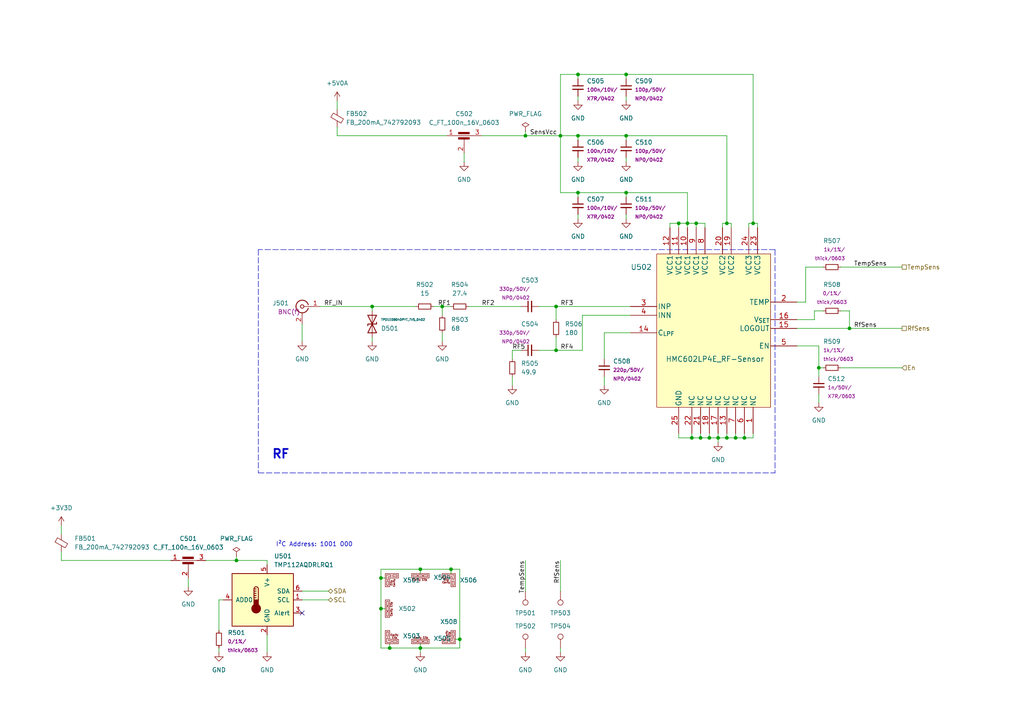
<source format=kicad_sch>
(kicad_sch (version 20211123) (generator eeschema)
  (paper "A4")
  (title_block (title "Powermeter") (date "2022-04-09") (rev "2") (company "apfau.de") (comment 1 "RF"))
  (lib_symbols
    (symbol ".commodities:C_100n_10V_X7R_0402_small" (pin_numbers hide) (pin_names (offset 0.254) hide)
      (property "Reference" "C" (at 0.254 1.778 0))
      (property "Params" "100n/10V/" (at 0.635 -1.27 0))
      (property "Params2" "X7R/0402" (at 0.635 -2.54 0))
      (symbol "C_100n_10V_X7R_0402_small_0_1"
        (polyline (pts (xy -1.524 -0.508) (xy 1.524 -0.508)) (stroke (width 0.3302)))
        (polyline (pts (xy -1.524 0.508) (xy 1.524 0.508)) (stroke (width 0.3048)))
      )
      (symbol "C_100n_10V_X7R_0402_small_1_1"
        (pin passive line (at 0 2.54 270) (length 2.032) (name "~") (number "1"))
        (pin passive line (at 0 -2.54 90) (length 2.032) (name "~") (number "2"))
      )
    )
    (symbol ".commodities:C_100p_50V_NP0_0402_small" (pin_numbers hide) (pin_names (offset 0.254) hide)
      (property "Reference" "C" (at 0.254 1.778 0))
      (property "Params" "100p/50V/" (at 0.635 -1.27 0))
      (property "Params2" "NP0/0402" (at 0.635 -2.54 0))
      (symbol "C_100p_50V_NP0_0402_small_0_1"
        (polyline (pts (xy -1.524 -0.508) (xy 1.524 -0.508)) (stroke (width 0.3302)))
        (polyline (pts (xy -1.524 0.508) (xy 1.524 0.508)) (stroke (width 0.3048)))
      )
      (symbol "C_100p_50V_NP0_0402_small_1_1"
        (pin passive line (at 0 2.54 270) (length 2.032) (name "~") (number "1"))
        (pin passive line (at 0 -2.54 90) (length 2.032) (name "~") (number "2"))
      )
    )
    (symbol ".commodities:C_1n_50V_X7R_0603_small" (pin_numbers hide) (pin_names (offset 0.254) hide)
      (property "Reference" "C" (at 0.254 1.778 0))
      (property "Params" "1n/50V/" (at 0.635 -1.27 0))
      (property "Params2" "X7R/0603" (at 0.635 -2.54 0))
      (symbol "C_1n_50V_X7R_0603_small_0_1"
        (polyline (pts (xy -1.524 -0.508) (xy 1.524 -0.508)) (stroke (width 0.3302)))
        (polyline (pts (xy -1.524 0.508) (xy 1.524 0.508)) (stroke (width 0.3048)))
      )
      (symbol "C_1n_50V_X7R_0603_small_1_1"
        (pin passive line (at 0 2.54 270) (length 2.032) (name "~") (number "1"))
        (pin passive line (at 0 -2.54 90) (length 2.032) (name "~") (number "2"))
      )
    )
    (symbol ".commodities:C_220p_50V_NP0_0402_small" (pin_numbers hide) (pin_names (offset 0.254) hide)
      (property "Reference" "C" (at 0.254 1.778 0))
      (property "Params" "220p/50V/" (at 0.635 -1.27 0))
      (property "Params2" "NP0/0402" (at 0.635 -2.54 0))
      (symbol "C_220p_50V_NP0_0402_small_0_1"
        (polyline (pts (xy -1.524 -0.508) (xy 1.524 -0.508)) (stroke (width 0.3302)))
        (polyline (pts (xy -1.524 0.508) (xy 1.524 0.508)) (stroke (width 0.3048)))
      )
      (symbol "C_220p_50V_NP0_0402_small_1_1"
        (pin passive line (at 0 2.54 270) (length 2.032) (name "~") (number "1"))
        (pin passive line (at 0 -2.54 90) (length 2.032) (name "~") (number "2"))
      )
    )
    (symbol ".commodities:C_330p_50V_NP0_0402_small" (pin_numbers hide) (pin_names (offset 0.254) hide)
      (property "Reference" "C" (at 0.254 1.778 0))
      (property "Params" "330p/50V/" (at 0.635 -1.27 0))
      (property "Params2" "NP0/0402" (at 0.635 -2.54 0))
      (symbol "C_330p_50V_NP0_0402_small_0_1"
        (polyline (pts (xy -1.524 -0.508) (xy 1.524 -0.508)) (stroke (width 0.3302)))
        (polyline (pts (xy -1.524 0.508) (xy 1.524 0.508)) (stroke (width 0.3048)))
      )
      (symbol "C_330p_50V_NP0_0402_small_1_1"
        (pin passive line (at 0 2.54 270) (length 2.032) (name "~") (number "1"))
        (pin passive line (at 0 -2.54 90) (length 2.032) (name "~") (number "2"))
      )
    )
    (symbol ".commodities:R_0_1P_thick_0603_small" (pin_numbers hide) (pin_names (offset 0.254) hide)
      (property "Reference" "R" (at 0.762 0.508 0))
      (property "Params" "0/1%/" (at 1.27 -0.635 0))
      (property "Params2" "thick/0603" (at 1.27 -1.905 0))
      (symbol "R_0_1P_thick_0603_small_0_1"
        (rectangle (start -0.762 1.778) (end 0.762 -1.778) (stroke (width 0.2032)))
      )
      (symbol "R_0_1P_thick_0603_small_1_1"
        (pin passive line (at 0 2.54 270) (length 0.762) (name "~") (number "1"))
        (pin passive line (at 0 -2.54 90) (length 0.762) (name "~") (number "2"))
      )
    )
    (symbol ".commodities:R_1k_1P_thick_0603_small" (pin_numbers hide) (pin_names (offset 0.254) hide)
      (property "Reference" "R" (at 0.762 0.508 0))
      (property "Params" "1k/1%/" (at 1.27 -0.635 0))
      (property "Params2" "thick/0603" (at 1.27 -1.905 0))
      (symbol "R_1k_1P_thick_0603_small_0_1"
        (rectangle (start -0.762 1.778) (end 0.762 -1.778) (stroke (width 0.2032)))
      )
      (symbol "R_1k_1P_thick_0603_small_1_1"
        (pin passive line (at 0 2.54 270) (length 0.762) (name "~") (number "1"))
        (pin passive line (at 0 -2.54 90) (length 0.762) (name "~") (number "2"))
      )
    )
    (symbol ".powermeter:+3V3D" (power) (pin_names (offset 0))
      (property "Value" "+3V3D" (at 0 3.556 0))
      (symbol "+3V3D_0_1"
        (polyline (pts (xy -0.762 1.27) (xy 0 2.54)))
        (polyline (pts (xy 0 0) (xy 0 2.54)))
        (polyline (pts (xy 0 2.54) (xy 0.762 1.27)))
      )
      (symbol "+3V3D_1_1"
        (pin power_in line (at 0 0 90) (length 0) hide (name "+3V3D") (number "1"))
      )
    )
    (symbol ".powermeter:+5V0A" (power) (pin_names (offset 0))
      (property "Value" "+5V0A" (at 0 3.556 0))
      (symbol "+5V0A_0_1"
        (polyline (pts (xy -0.762 1.27) (xy 0 2.54)))
        (polyline (pts (xy 0 0) (xy 0 2.54)))
        (polyline (pts (xy 0 2.54) (xy 0.762 1.27)))
      )
      (symbol "+5V0A_1_1"
        (pin power_in line (at 0 0 90) (length 0) hide (name "+5V0A") (number "1"))
      )
    )
    (symbol ".powermeter:C_FT_100n_16V_0603" (pin_names (offset 0.254) hide)
      (property "Reference" "C" (at 0 7.62 0))
      (property "Value" "C_FT_100n_16V_0603" (at 0 5.715 0))
      (symbol "C_FT_100n_16V_0603_0_1"
        (rectangle (start -1.651 1.524) (end 1.524 2.032) (fill (type outline)))
        (polyline (pts (xy -2.54 2.54) (xy 2.54 2.54)))
        (polyline (pts (xy 0 0) (xy 0 1.778)))
        (rectangle (start 1.524 3.048) (end -1.651 3.556) (fill (type outline)))
      )
      (symbol "C_FT_100n_16V_0603_1_1"
        (pin passive line (at -5.08 2.54 0) (length 2.54) (name "1") (number "1"))
        (pin passive line (at 0 -2.54 90) (length 2.54) (name "2") (number "2"))
        (pin passive line (at 5.08 2.54 180) (length 2.54) (name "3") (number "3"))
      )
    )
    (symbol ".powermeter:CavityClip_Angled_S0981-46R" (pin_numbers hide) (pin_names (offset 1.016) hide)
      (property "Reference" "X" (at 1.27 3.81 0))
      (symbol "CavityClip_Angled_S0981-46R_0_0"
        (text "Cavity" (at 1.397 2.54 0) (effects (font (size 0.508 0.508))))
        (text "Clip" (at 1.397 1.778 0) (effects (font (size 0.508 0.508))))
      )
      (symbol "CavityClip_Angled_S0981-46R_0_1"
        (rectangle (start -0.889 2.159) (end -0.381 3.429))
        (polyline (pts (xy -1.27 3.81) (xy 0 3.81) (xy 0 1.27) (xy 2.54 1.27) (xy 2.54 0) (xy -1.27 0) (xy -1.27 3.81)))
        (polyline (pts (xy -0.889 1.651) (xy -0.381 1.651) (xy -0.381 0.889) (xy 0.508 0.889) (xy 0.508 0.381) (xy -0.889 0.381) (xy -0.889 1.651)))
        (rectangle (start 0.889 0.889) (end 2.159 0.381))
      )
      (symbol "CavityClip_Angled_S0981-46R_1_1"
        (pin passive line (at 0 0 90) (length 0) (name "e") (number "1"))
      )
    )
    (symbol ".powermeter:CavityClip_Straight_S0971-46R" (pin_numbers hide) (pin_names (offset 1.016) hide)
      (property "Reference" "X" (at 0 2.54 0))
      (symbol "CavityClip_Straight_S0971-46R_0_0"
        (text "Cavity Clip" (at 0.127 1.778 0) (effects (font (size 0.508 0.508))))
      )
      (symbol "CavityClip_Straight_S0971-46R_0_1"
        (rectangle (start -2.54 1.27) (end 2.54 0))
        (rectangle (start -2.159 0.889) (end -0.889 0.381))
        (rectangle (start -0.635 0.889) (end 0.635 0.381))
        (rectangle (start 0.889 0.889) (end 2.159 0.381))
      )
      (symbol "CavityClip_Straight_S0971-46R_1_1"
        (pin passive line (at 0 0 90) (length 0) (name "e") (number "1"))
      )
    )
    (symbol ".powermeter:FB_200mA_742792093" (pin_numbers hide) (pin_names (offset 0))
      (property "Reference" "FB" (at 1.905 1.27 0))
      (property "Value" "FB_200mA_742792093" (at 1.905 -1.27 0))
      (symbol "FB_200mA_742792093_0_1"
        (polyline (pts (xy 0 -1.27) (xy 0 -0.7874)))
        (polyline (pts (xy 0 0.889) (xy 0 1.2954)))
        (polyline (pts (xy -1.8288 0.2794) (xy -1.1176 1.4986) (xy 1.8288 -0.2032) (xy 1.1176 -1.4224) (xy -1.8288 0.2794)))
      )
      (symbol "FB_200mA_742792093_1_1"
        (pin passive line (at 0 2.54 270) (length 1.27) (name "~") (number "1"))
        (pin passive line (at 0 -2.54 90) (length 1.27) (name "~") (number "2"))
      )
    )
    (symbol ".powermeter:HMC602LP4E_RF-Sensor" (pin_names (offset 0.254))
      (property "Reference" "U" (at 15.24 -26.67 0))
      (property "Value" "HMC602LP4E_RF-Sensor" (at 0 -15.24 0))
      (property "Datasheet" "https://www.analog.com/media/en/technical-documentation/data-sheets/hmc602.pdf" (at -1.27 -63.5 0))
      (symbol "HMC602LP4E_RF-Sensor_0_1"
        (rectangle (start -16.51 20.32) (end 16.51 -24.13) (fill (type background)))
      )
      (symbol "HMC602LP4E_RF-Sensor_1_1"
        (pin passive line (at 11.43 -31.75 90) (length 7.62) (name "NC") (number "1"))
        (pin power_in line (at -7.62 27.94 270) (length 7.62) (name "VCC1") (number "10"))
        (pin power_in line (at -10.16 27.94 270) (length 7.62) (name "VCC1") (number "11"))
        (pin power_in line (at -12.7 27.94 270) (length 7.62) (name "VCC1") (number "12"))
        (pin passive line (at 3.81 -31.75 90) (length 7.62) (name "NC") (number "13"))
        (pin passive line (at -24.13 -2.54 0) (length 7.62) (name "C_{LPF}") (number "14"))
        (pin output line (at 24.13 -1.27 180) (length 7.62) (name "LOGOUT") (number "15"))
        (pin input line (at 24.13 1.27 180) (length 7.62) (name "V_{SET}") (number "16"))
        (pin passive line (at 1.27 -31.75 90) (length 7.62) (name "NC") (number "17"))
        (pin passive line (at -1.27 -31.75 90) (length 7.62) (name "NC") (number "18"))
        (pin power_in line (at 5.08 27.94 270) (length 7.62) (name "VCC2") (number "19"))
        (pin passive line (at 24.13 6.35 180) (length 7.62) (name "TEMP") (number "2"))
        (pin power_in line (at 2.54 27.94 270) (length 7.62) (name "VCC2") (number "20"))
        (pin passive line (at -3.81 -31.75 90) (length 7.62) (name "NC") (number "21"))
        (pin passive line (at -6.35 -31.75 90) (length 7.62) (name "NC") (number "22"))
        (pin power_in line (at 12.7 27.94 270) (length 7.62) (name "VCC3") (number "23"))
        (pin power_in line (at 10.16 27.94 270) (length 7.62) (name "VCC3") (number "24"))
        (pin power_in line (at -10.16 -31.75 90) (length 7.62) (name "GND") (number "25"))
        (pin input line (at -24.13 5.08 0) (length 7.62) (name "INP") (number "3"))
        (pin input line (at -24.13 2.54 0) (length 7.62) (name "INN") (number "4"))
        (pin input line (at 24.13 -6.35 180) (length 7.62) (name "EN") (number "5"))
        (pin passive line (at 8.89 -31.75 90) (length 7.62) (name "NC") (number "6"))
        (pin passive line (at 6.35 -31.75 90) (length 7.62) (name "NC") (number "7"))
        (pin power_in line (at -2.54 27.94 270) (length 7.62) (name "VCC1") (number "8"))
        (pin power_in line (at -5.08 27.94 270) (length 7.62) (name "VCC1") (number "9"))
      )
    )
    (symbol ".powermeter:SMA-f_Molex732511150" (pin_names (offset 1.016) hide)
      (property "Reference" "J" (at 0.254 3.048 0))
      (property "Params" "BNC(f)" (at 5.715 0 0))
      (symbol "SMA-f_Molex732511150_0_1"
        (arc (start -1.778 -0.508) (mid 0.2311 -1.8066) (end 1.778 0) (stroke (width 0.254)))
        (polyline (pts (xy -2.54 0) (xy -0.508 0)))
        (polyline (pts (xy 0 -2.54) (xy 0 -1.778)))
        (circle (center 0 0) (radius 0.508) (stroke (width 0.2032)))
        (arc (start 1.778 0) (mid 0.2099 1.8101) (end -1.778 0.508) (stroke (width 0.254)))
      )
      (symbol "SMA-f_Molex732511150_1_1"
        (pin passive line (at -5.08 0 0) (length 2.54) (name "In") (number "1"))
        (pin passive line (at 0 -5.08 90) (length 2.54) (name "Ext") (number "2"))
      )
    )
    (symbol ".powermeter:TMP112AQDRLRQ1" (pin_names (offset 1.016))
      (property "Reference" "U" (at 2.54 8.89 0))
      (property "Value" "TMP112AQDRLRQ1" (at -8.89 -10.16 0))
      (symbol "TMP112AQDRLRQ1_0_1"
        (rectangle (start -10.16 7.62) (end 7.62 -7.62) (stroke (width 0.254)) (fill (type background)))
        (circle (center -3.175 -2.54) (radius 1.27) (stroke (width 0.254)) (fill (type outline)))
        (rectangle (start -2.54 -1.905) (end -3.81 0) (stroke (width 0.254)) (fill (type outline)))
        (arc (start -2.54 3.175) (mid -3.175 3.81) (end -3.81 3.175) (stroke (width 0.254)))
        (polyline (pts (xy -3.81 0.635) (xy -3.175 0.635)) (stroke (width 0.254)))
        (polyline (pts (xy -3.81 1.27) (xy -3.175 1.27)) (stroke (width 0.254)))
        (polyline (pts (xy -3.81 1.905) (xy -3.175 1.905)) (stroke (width 0.254)))
        (polyline (pts (xy -3.81 2.54) (xy -3.175 2.54)) (stroke (width 0.254)))
        (polyline (pts (xy -3.81 3.175) (xy -3.81 0)) (stroke (width 0.254)))
        (polyline (pts (xy -3.81 3.175) (xy -3.175 3.175)) (stroke (width 0.254)))
        (polyline (pts (xy -2.54 3.175) (xy -2.54 0)) (stroke (width 0.254)))
      )
      (symbol "TMP112AQDRLRQ1_1_1"
        (pin open_collector line (at 10.16 0 180) (length 2.54) (name "SCL") (number "1"))
        (pin power_in line (at 0 -10.16 90) (length 2.54) (name "GND") (number "2"))
        (pin open_collector line (at 10.16 -3.81 180) (length 2.54) (name "Alert") (number "3"))
        (pin input line (at -12.7 0 0) (length 2.54) (name "ADD0") (number "4"))
        (pin power_in line (at 0 10.16 270) (length 2.54) (name "V+") (number "5"))
        (pin open_collector line (at 10.16 2.54 180) (length 2.54) (name "SDA") (number "6"))
      )
    )
    (symbol ".powermeter:TPD1E0B04DPYT_TVS_0402" (pin_numbers hide) (pin_names (offset 1.016) hide)
      (property "Reference" "D" (at 0 2.54 0))
      (property "Value" "TPD1E0B04DPYT_TVS_0402" (at 0 -2.54 0))
      (symbol "TPD1E0B04DPYT_TVS_0402_0_1"
        (polyline (pts (xy 1.27 0) (xy -1.27 0)))
        (polyline (pts (xy 0.508 1.27) (xy 0 1.27) (xy 0 -1.27) (xy -0.508 -1.27)) (stroke (width 0.254)))
        (polyline (pts (xy -2.54 1.27) (xy -2.54 -1.27) (xy 2.54 1.27) (xy 2.54 -1.27) (xy -2.54 1.27)) (stroke (width 0.254)))
      )
      (symbol "TPD1E0B04DPYT_TVS_0402_1_1"
        (pin passive line (at -3.81 0 0) (length 2.54) (name "A1") (number "1"))
        (pin passive line (at 3.81 0 180) (length 2.54) (name "A2") (number "2"))
      )
    )
    (symbol "Connector:TestPoint" (pin_numbers hide) (pin_names (offset 0.762) hide)
      (property "Reference" "TP" (at 0 6.858 0))
      (property "Value" "TestPoint" (at 0 5.08 0))
      (symbol "TestPoint_0_1"
        (circle (center 0 3.302) (radius 0.762))
      )
      (symbol "TestPoint_1_1"
        (pin passive line (at 0 0 90) (length 2.54) (name "1") (number "1"))
      )
    )
    (symbol "Device:R_Small" (pin_numbers hide) (pin_names (offset 0.254) hide)
      (property "Reference" "R" (at 0.762 0.508 0))
      (property "Value" "R_Small" (at 0.762 -1.016 0))
      (symbol "R_Small_0_1"
        (rectangle (start -0.762 1.778) (end 0.762 -1.778) (stroke (width 0.2032)))
      )
      (symbol "R_Small_1_1"
        (pin passive line (at 0 2.54 270) (length 0.762) (name "~") (number "1"))
        (pin passive line (at 0 -2.54 90) (length 0.762) (name "~") (number "2"))
      )
    )
    (symbol "power:GND" (power) (pin_names (offset 0))
      (property "Value" "GND" (at 0 -3.81 0))
      (symbol "GND_0_1"
        (polyline (pts (xy 0 0) (xy 0 -1.27) (xy 1.27 -1.27) (xy 0 -2.54) (xy -1.27 -1.27) (xy 0 -1.27)))
      )
      (symbol "GND_1_1"
        (pin power_in line (at 0 0 270) (length 0) hide (name "GND") (number "1"))
      )
    )
    (symbol "power:PWR_FLAG" (power) (pin_numbers hide) (pin_names (offset 0) hide)
      (property "Value" "PWR_FLAG" (at 0 3.81 0))
      (symbol "PWR_FLAG_0_0"
        (pin power_out line (at 0 0 90) (length 0) (name "pwr") (number "1"))
      )
      (symbol "PWR_FLAG_0_1"
        (polyline (pts (xy 0 0) (xy 0 1.27) (xy -1.016 1.905) (xy 0 2.54) (xy 1.016 1.905) (xy 0 1.27)))
      )
    )
  )
  (junction (at 205.74 127))
  (junction (at 218.44 64.77))
  (junction (at 210.82 127))
  (junction (at 121.92 165.1))
  (junction (at 246.38 95.25))
  (junction (at 167.64 39.37))
  (junction (at 181.61 39.37))
  (junction (at 110.49 176.53))
  (junction (at 152.4 39.37))
  (junction (at 68.58 162.56))
  (junction (at 113.03 187.96))
  (junction (at 107.95 88.9))
  (junction (at 110.49 167.64))
  (junction (at 167.64 21.59))
  (junction (at 162.56 39.37))
  (junction (at 237.49 106.68))
  (junction (at 200.66 127))
  (junction (at 181.61 55.88))
  (junction (at 213.36 127))
  (junction (at 161.29 88.9))
  (junction (at 201.93 64.77))
  (junction (at 215.9 127))
  (junction (at 199.39 64.77))
  (junction (at 167.64 55.88))
  (junction (at 130.81 165.1))
  (junction (at 208.28 127))
  (junction (at 121.92 187.96))
  (junction (at 210.82 64.77))
  (junction (at 181.61 21.59))
  (junction (at 203.2 127))
  (junction (at 133.35 185.42))
  (junction (at 161.29 101.6))
  (junction (at 128.27 88.9))
  (junction (at 196.85 64.77))
  (no_connect (at 87.63 177.8))
  (wire (pts (xy 132.08 185.42) (xy 133.35 185.42)))
  (wire (pts (xy 17.78 162.56) (xy 49.53 162.56)))
  (wire (pts (xy 168.91 101.6) (xy 161.29 101.6)))
  (wire (pts (xy 133.35 165.1) (xy 133.35 185.42)))
  (wire (pts (xy 201.93 64.77) (xy 201.93 66.04)))
  (wire (pts (xy 110.49 167.64) (xy 110.49 165.1)))
  (wire (pts (xy 181.61 55.88) (xy 181.61 57.15)))
  (wire (pts (xy 162.56 21.59) (xy 162.56 39.37)))
  (polyline (pts (xy 224.79 72.39) (xy 224.79 137.16)))
  (wire (pts (xy 243.84 90.17) (xy 246.38 90.17)))
  (wire (pts (xy 167.64 55.88) (xy 167.64 57.15)))
  (wire (pts (xy 107.95 88.9) (xy 120.65 88.9)))
  (wire (pts (xy 128.27 88.9) (xy 128.27 91.44)))
  (wire (pts (xy 152.4 162.56) (xy 152.4 171.45)))
  (wire (pts (xy 246.38 90.17) (xy 246.38 95.25)))
  (wire (pts (xy 181.61 55.88) (xy 167.64 55.88)))
  (wire (pts (xy 231.14 92.71) (xy 236.22 92.71)))
  (wire (pts (xy 107.95 97.79) (xy 107.95 99.06)))
  (wire (pts (xy 218.44 64.77) (xy 219.71 64.77)))
  (wire (pts (xy 233.68 87.63) (xy 233.68 77.47)))
  (wire (pts (xy 54.61 167.64) (xy 54.61 170.18)))
  (wire (pts (xy 236.22 92.71) (xy 236.22 90.17)))
  (wire (pts (xy 199.39 64.77) (xy 199.39 55.88)))
  (wire (pts (xy 110.49 176.53) (xy 110.49 167.64)))
  (wire (pts (xy 199.39 55.88) (xy 181.61 55.88)))
  (wire (pts (xy 237.49 100.33) (xy 231.14 100.33)))
  (wire (pts (xy 162.56 187.96) (xy 162.56 189.23)))
  (wire (pts (xy 210.82 64.77) (xy 209.55 64.77)))
  (wire (pts (xy 68.58 161.29) (xy 68.58 162.56)))
  (wire (pts (xy 218.44 64.77) (xy 218.44 21.59)))
  (wire (pts (xy 181.61 39.37) (xy 210.82 39.37)))
  (wire (pts (xy 200.66 125.73) (xy 200.66 127)))
  (wire (pts (xy 196.85 125.73) (xy 196.85 127)))
  (wire (pts (xy 217.17 64.77) (xy 218.44 64.77)))
  (wire (pts (xy 210.82 127) (xy 208.28 127)))
  (wire (pts (xy 217.17 66.04) (xy 217.17 64.77)))
  (wire (pts (xy 218.44 125.73) (xy 218.44 127)))
  (wire (pts (xy 175.26 109.22) (xy 175.26 111.76)))
  (wire (pts (xy 213.36 127) (xy 210.82 127)))
  (wire (pts (xy 68.58 162.56) (xy 77.47 162.56)))
  (wire (pts (xy 167.64 39.37) (xy 181.61 39.37)))
  (wire (pts (xy 59.69 162.56) (xy 68.58 162.56)))
  (wire (pts (xy 167.64 45.72) (xy 167.64 46.99)))
  (wire (pts (xy 161.29 97.79) (xy 161.29 101.6)))
  (wire (pts (xy 128.27 88.9) (xy 130.81 88.9)))
  (wire (pts (xy 133.35 187.96) (xy 121.92 187.96)))
  (wire (pts (xy 156.21 88.9) (xy 161.29 88.9)))
  (wire (pts (xy 168.91 91.44) (xy 168.91 101.6)))
  (wire (pts (xy 161.29 88.9) (xy 182.88 88.9)))
  (wire (pts (xy 208.28 125.73) (xy 208.28 127)))
  (wire (pts (xy 212.09 66.04) (xy 212.09 64.77)))
  (wire (pts (xy 181.61 45.72) (xy 181.61 46.99)))
  (wire (pts (xy 63.5 173.99) (xy 63.5 182.88)))
  (polyline (pts (xy 74.93 137.16) (xy 224.79 137.16)))
  (wire (pts (xy 97.79 29.21) (xy 97.79 31.75)))
  (wire (pts (xy 210.82 125.73) (xy 210.82 127)))
  (wire (pts (xy 196.85 127) (xy 200.66 127)))
  (wire (pts (xy 167.64 21.59) (xy 167.64 22.86)))
  (wire (pts (xy 77.47 162.56) (xy 77.47 163.83)))
  (wire (pts (xy 199.39 64.77) (xy 201.93 64.77)))
  (wire (pts (xy 162.56 162.56) (xy 162.56 171.45)))
  (wire (pts (xy 175.26 96.52) (xy 182.88 96.52)))
  (wire (pts (xy 152.4 187.96) (xy 152.4 189.23)))
  (wire (pts (xy 213.36 125.73) (xy 213.36 127)))
  (wire (pts (xy 215.9 125.73) (xy 215.9 127)))
  (wire (pts (xy 204.47 64.77) (xy 204.47 66.04)))
  (wire (pts (xy 167.64 21.59) (xy 162.56 21.59)))
  (wire (pts (xy 97.79 36.83) (xy 97.79 39.37)))
  (wire (pts (xy 243.84 77.47) (xy 261.62 77.47)))
  (wire (pts (xy 238.76 106.68) (xy 237.49 106.68)))
  (wire (pts (xy 161.29 101.6) (xy 156.21 101.6)))
  (wire (pts (xy 181.61 21.59) (xy 181.61 22.86)))
  (wire (pts (xy 194.31 64.77) (xy 196.85 64.77)))
  (wire (pts (xy 237.49 106.68) (xy 237.49 109.22)))
  (wire (pts (xy 231.14 87.63) (xy 233.68 87.63)))
  (wire (pts (xy 209.55 64.77) (xy 209.55 66.04)))
  (wire (pts (xy 113.03 187.96) (xy 110.49 187.96)))
  (wire (pts (xy 203.2 125.73) (xy 203.2 127)))
  (wire (pts (xy 175.26 104.14) (xy 175.26 96.52)))
  (wire (pts (xy 133.35 185.42) (xy 133.35 187.96)))
  (wire (pts (xy 196.85 64.77) (xy 199.39 64.77)))
  (wire (pts (xy 125.73 88.9) (xy 128.27 88.9)))
  (wire (pts (xy 203.2 127) (xy 205.74 127)))
  (wire (pts (xy 237.49 106.68) (xy 237.49 100.33)))
  (wire (pts (xy 199.39 64.77) (xy 199.39 66.04)))
  (wire (pts (xy 218.44 127) (xy 215.9 127)))
  (wire (pts (xy 181.61 39.37) (xy 181.61 40.64)))
  (wire (pts (xy 121.92 165.1) (xy 121.92 166.37)))
  (wire (pts (xy 181.61 27.94) (xy 181.61 29.21)))
  (wire (pts (xy 200.66 127) (xy 203.2 127)))
  (wire (pts (xy 196.85 64.77) (xy 196.85 66.04)))
  (wire (pts (xy 233.68 77.47) (xy 238.76 77.47)))
  (wire (pts (xy 110.49 167.64) (xy 111.76 167.64)))
  (wire (pts (xy 152.4 39.37) (xy 162.56 39.37)))
  (wire (pts (xy 139.7 39.37) (xy 152.4 39.37)))
  (wire (pts (xy 161.29 88.9) (xy 161.29 92.71)))
  (wire (pts (xy 148.59 109.22) (xy 148.59 111.76)))
  (wire (pts (xy 162.56 39.37) (xy 167.64 39.37)))
  (wire (pts (xy 128.27 96.52) (xy 128.27 99.06)))
  (wire (pts (xy 210.82 64.77) (xy 212.09 64.77)))
  (wire (pts (xy 113.03 187.96) (xy 113.03 186.69)))
  (wire (pts (xy 121.92 187.96) (xy 113.03 187.96)))
  (wire (pts (xy 130.81 165.1) (xy 133.35 165.1)))
  (wire (pts (xy 167.64 55.88) (xy 162.56 55.88)))
  (wire (pts (xy 167.64 62.23) (xy 167.64 63.5)))
  (wire (pts (xy 148.59 101.6) (xy 151.13 101.6)))
  (wire (pts (xy 215.9 127) (xy 213.36 127)))
  (wire (pts (xy 17.78 152.4) (xy 17.78 154.94)))
  (wire (pts (xy 231.14 95.25) (xy 246.38 95.25)))
  (wire (pts (xy 63.5 173.99) (xy 64.77 173.99)))
  (wire (pts (xy 148.59 101.6) (xy 148.59 104.14)))
  (wire (pts (xy 182.88 91.44) (xy 168.91 91.44)))
  (wire (pts (xy 167.64 39.37) (xy 167.64 40.64)))
  (wire (pts (xy 92.71 88.9) (xy 107.95 88.9)))
  (wire (pts (xy 130.81 165.1) (xy 130.81 166.37)))
  (wire (pts (xy 201.93 64.77) (xy 204.47 64.77)))
  (wire (pts (xy 237.49 114.3) (xy 237.49 116.84)))
  (wire (pts (xy 218.44 21.59) (xy 181.61 21.59)))
  (wire (pts (xy 121.92 186.69) (xy 121.92 187.96)))
  (wire (pts (xy 181.61 62.23) (xy 181.61 63.5)))
  (wire (pts (xy 236.22 90.17) (xy 238.76 90.17)))
  (wire (pts (xy 205.74 125.73) (xy 205.74 127)))
  (wire (pts (xy 121.92 165.1) (xy 130.81 165.1)))
  (wire (pts (xy 95.25 171.45) (xy 87.63 171.45)))
  (wire (pts (xy 77.47 184.15) (xy 77.47 189.23)))
  (wire (pts (xy 194.31 66.04) (xy 194.31 64.77)))
  (wire (pts (xy 87.63 93.98) (xy 87.63 99.06)))
  (wire (pts (xy 246.38 95.25) (xy 261.62 95.25)))
  (polyline (pts (xy 224.79 72.39) (xy 74.93 72.39)))
  (wire (pts (xy 135.89 88.9) (xy 151.13 88.9)))
  (wire (pts (xy 110.49 187.96) (xy 110.49 176.53)))
  (wire (pts (xy 219.71 64.77) (xy 219.71 66.04)))
  (polyline (pts (xy 74.93 72.39) (xy 74.93 137.16)))
  (wire (pts (xy 181.61 21.59) (xy 167.64 21.59)))
  (wire (pts (xy 110.49 165.1) (xy 121.92 165.1)))
  (wire (pts (xy 17.78 160.02) (xy 17.78 162.56)))
  (wire (pts (xy 110.49 176.53) (xy 111.76 176.53)))
  (wire (pts (xy 63.5 187.96) (xy 63.5 189.23)))
  (wire (pts (xy 167.64 27.94) (xy 167.64 29.21)))
  (wire (pts (xy 208.28 127) (xy 208.28 128.27)))
  (wire (pts (xy 121.92 187.96) (xy 121.92 189.23)))
  (wire (pts (xy 162.56 55.88) (xy 162.56 39.37)))
  (wire (pts (xy 205.74 127) (xy 208.28 127)))
  (wire (pts (xy 95.25 173.99) (xy 87.63 173.99)))
  (wire (pts (xy 152.4 38.1) (xy 152.4 39.37)))
  (wire (pts (xy 261.62 106.68) (xy 243.84 106.68)))
  (wire (pts (xy 210.82 39.37) (xy 210.82 64.77)))
  (wire (pts (xy 97.79 39.37) (xy 129.54 39.37)))
  (wire (pts (xy 107.95 88.9) (xy 107.95 90.17)))
  (wire (pts (xy 134.62 44.45) (xy 134.62 46.99)))
  (text "I²C Address: 1001 000" (at 80.01 158.75 0) (effects (font (size 1.27 1.27)) (justify left bottom)))
  (text "RF" (at 78.74 133.35 0) (effects (font (size 2.54 2.54) (thickness 0.508) bold) (justify left bottom)))
  (label "TempSens" (at 247.65 77.47 0))
  (label "RfSens" (at 162.56 162.56 270))
  (label "SensVcc" (at 153.67 39.37 0))
  (label "RF4" (at 162.56 101.6 0))
  (label "TempSens" (at 152.4 162.56 270))
  (label "RF5" (at 148.59 101.6 0))
  (label "RF_IN" (at 93.98 88.9 0))
  (label "RF2" (at 139.7 88.9 0))
  (label "RF1" (at 127 88.9 0))
  (label "RF3" (at 162.56 88.9 0))
  (label "RfSens" (at 247.65 95.25 0))
  (hierarchical_label "SCL" (shape bidirectional) (at 95.25 173.99 0))
  (hierarchical_label "RfSens" (shape passive) (at 261.62 95.25 0))
  (hierarchical_label "En" (shape input) (at 261.62 106.68 0))
  (hierarchical_label "TempSens" (shape passive) (at 261.62 77.47 0))
  (hierarchical_label "SDA" (shape bidirectional) (at 95.25 171.45 0))
  (symbol (lib_id ".commodities:R_1k_1P_thick_0603_small") (at 241.3 77.47 90) (unit 1)
    (property "Reference" "R507" (at 241.3 69.85 90))
    (property "Value" "R_1k_1P_thick_0603_small" (effects hide))
    (property "Footprint" "Resistor_SMD:R_0603_1608Metric" (effects hide))
    (property "Params" "1k/1%/" (at 245.11 72.39 90) (effects (font (size 1.016 1.016)) (justify left)))
    (property "Params2" "thick/0603" (at 245.11 74.93 90) (effects (font (size 1.016 1.016)) (justify left)))
  )
  (symbol (lib_id "power:GND") (at 152.4 189.23 0) (unit 1)
    (property "Reference" "#PWR0512" (effects hide))
    (property "Value" "GND" (at 152.4 194.31 0))
  )
  (symbol (lib_id "power:GND") (at 167.64 63.5 0) (mirror y) (unit 1)
    (property "Reference" "#PWR0516" (effects hide))
    (property "Value" "GND" (at 167.64 68.58 0))
  )
  (symbol (lib_id ".powermeter:CavityClip_Angled_S0981-46R") (at 111.76 167.64 270) (unit 1)
    (property "Reference" "X501" (at 116.84 168.2877 90) (effects (justify left)))
    (property "Value" "CavityClip_Angled_S0981-46R" (effects hide))
    (property "Footprint" ".powermeter:S0981-46R" (effects hide))
    (property "Datasheet" "https://cdn.harwin.com/pdfs/Harwin_Product_Catalog_page_294.pdf" (effects hide))
  )
  (symbol (lib_id ".powermeter:CavityClip_Straight_S0971-46R") (at 121.92 186.69 0) (unit 1)
    (property "Reference" "X505" (at 125.73 185.1916 0) (effects (justify left)))
    (property "Value" "CavityClip_Straight_S0971-46R" (effects hide))
    (property "Footprint" ".powermeter:S0971-46R" (effects hide))
    (property "Datasheet" "https://cdn.harwin.com/pdfs/Harwin_Product_Catalog_page_294.pdf" (effects hide))
  )
  (symbol (lib_id "power:PWR_FLAG") (at 68.58 161.29 0) (unit 1)
    (property "Reference" "#FLG0501" (effects hide))
    (property "Value" "PWR_FLAG" (at 68.58 156.21 0))
  )
  (symbol (lib_id "Device:R_Small") (at 133.35 88.9 90) (unit 1)
    (property "Reference" "R504" (at 133.35 82.55 90))
    (property "Value" "27.4" (at 133.35 85.09 90))
    (property "Footprint" ".powermeter:R_0402_RF_Thru" (effects hide))
  )
  (symbol (lib_id "power:GND") (at 87.63 99.06 0) (mirror y) (unit 1)
    (property "Reference" "#PWR0505" (effects hide))
    (property "Value" "GND" (at 87.63 104.14 0))
  )
  (symbol (lib_id ".powermeter:TPD1E0B04DPYT_TVS_0402") (at 107.95 93.98 90) (mirror x) (unit 1)
    (property "Reference" "D501" (at 110.49 95.2501 90) (effects (justify right)))
    (property "Value" "TPD1E0B04DPYT_TVS_0402" (at 110.49 92.7101 90) (effects (font (size 0.635 0.635)) (justify right)))
    (property "Footprint" ".powermeter:R_0402_RF_ToGND" (effects hide))
    (property "Datasheet" "https://www.ti.com/general/docs/suppproductinfo.tsp?distId=10&gotoUrl=https%3A%2F%2Fwww.ti.com%2Flit%2Fgpn%2Ftpd1e0b04" (effects hide))
  )
  (symbol (lib_id "power:GND") (at 208.28 128.27 0) (mirror y) (unit 1)
    (property "Reference" "#PWR0521" (effects hide))
    (property "Value" "GND" (at 208.28 133.35 0))
  )
  (symbol (lib_id ".commodities:C_1n_50V_X7R_0603_small") (at 237.49 111.76 0) (unit 1)
    (property "Reference" "C512" (at 240.03 109.8612 0) (effects (justify left)))
    (property "Value" "C_1n_50V_X7R_0603_small" (effects hide))
    (property "Footprint" "Capacitor_SMD:C_0603_1608Metric" (effects hide))
    (property "Params" "1n/50V/" (at 240.03 112.4013 0) (effects (font (size 1.016 1.016)) (justify left)))
    (property "Params2" "X7R/0603" (at 240.03 114.9413 0) (effects (font (size 1.016 1.016)) (justify left)))
  )
  (symbol (lib_id ".powermeter:C_FT_100n_16V_0603") (at 134.62 41.91 0) (unit 1)
    (property "Reference" "C502" (at 134.62 33.02 0))
    (property "Value" "C_FT_100n_16V_0603" (at 134.62 35.56 0))
    (property "Footprint" ".powermeter:C_Feedthru_0603" (effects hide))
    (property "Datasheet" "https://search.murata.co.jp/Ceramy/image/img/A01X/G101/ENG/NFM18PC104R1C3-01.pdf" (effects hide))
  )
  (symbol (lib_id ".commodities:C_330p_50V_NP0_0402_small") (at 153.67 88.9 90) (unit 1)
    (property "Reference" "C503" (at 153.6763 81.28 90))
    (property "Value" "C_330p_50V_NP0_0402_small" (effects hide))
    (property "Footprint" ".powermeter:R_0402_RF_Thru" (effects hide))
    (property "Params" "330p/50V/" (at 153.6763 83.82 90) (effects (font (size 1.016 1.016)) (justify left)))
    (property "Params2" "NP0/0402" (at 153.6763 86.36 90) (effects (font (size 1.016 1.016)) (justify left)))
  )
  (symbol (lib_id ".commodities:C_220p_50V_NP0_0402_small") (at 175.26 106.68 0) (unit 1)
    (property "Reference" "C508" (at 177.8 104.7812 0) (effects (justify left)))
    (property "Value" "C_220p_50V_NP0_0402_small" (effects hide))
    (property "Footprint" ".powermeter:R_0402_RF_ToGND" (effects hide))
    (property "Params" "220p/50V/" (at 177.8 107.3213 0) (effects (font (size 1.016 1.016)) (justify left)))
    (property "Params2" "NP0/0402" (at 177.8 109.8613 0) (effects (font (size 1.016 1.016)) (justify left)))
  )
  (symbol (lib_id "Connector:TestPoint") (at 152.4 187.96 0) (unit 1)
    (property "Reference" "TP502" (at 152.4 181.61 0))
    (property "Value" "TestPoint" (effects hide))
    (property "Footprint" "TestPoint:TestPoint_Pad_D1.0mm" (effects hide))
  )
  (symbol (lib_id "Connector:TestPoint") (at 152.4 171.45 180) (unit 1)
    (property "Reference" "TP501" (at 152.4 177.8 0))
    (property "Value" "TestPoint" (effects hide))
    (property "Footprint" "TestPoint:TestPoint_Pad_D1.0mm" (effects hide))
  )
  (symbol (lib_id ".powermeter:FB_200mA_742792093") (at 97.79 34.29 0) (unit 1)
    (property "Reference" "FB502" (at 100.33 32.9818 0) (effects (justify left)))
    (property "Value" "FB_200mA_742792093" (at 100.33 35.5218 0) (effects (justify left)))
    (property "Footprint" "Capacitor_SMD:C_0805_2012Metric" (effects hide))
    (property "Datasheet" "https://www.we-online.com/katalog/datasheet/742792093.pdf" (effects hide))
  )
  (symbol (lib_id ".commodities:R_0_1P_thick_0603_small") (at 63.5 185.42 0) (unit 1)
    (property "Reference" "R501" (at 66.04 183.5149 0) (effects (justify left)))
    (property "Value" "R_0_1P_thick_0603_small" (effects hide))
    (property "Footprint" "Resistor_SMD:R_0603_1608Metric" (effects hide))
    (property "Params" "0/1%/" (at 66.04 186.055 0) (effects (font (size 1.016 1.016)) (justify left)))
    (property "Params2" "thick/0603" (at 66.04 188.595 0) (effects (font (size 1.016 1.016)) (justify left)))
  )
  (symbol (lib_id ".powermeter:CavityClip_Angled_S0981-46R") (at 113.03 186.69 0) (unit 1)
    (property "Reference" "X503" (at 116.84 184.4674 0) (effects (justify left)))
    (property "Value" "CavityClip_Angled_S0981-46R" (effects hide))
    (property "Footprint" ".powermeter:S0981-46R" (effects hide))
    (property "Datasheet" "https://cdn.harwin.com/pdfs/Harwin_Product_Catalog_page_294.pdf" (effects hide))
  )
  (symbol (lib_id ".commodities:C_100n_10V_X7R_0402_small") (at 167.64 43.18 0) (unit 1)
    (property "Reference" "C506" (at 170.18 41.2812 0) (effects (justify left)))
    (property "Value" "C_100n_10V_X7R_0402_small" (effects hide))
    (property "Footprint" "Capacitor_SMD:C_0402_1005Metric" (effects hide))
    (property "Params" "100n/10V/" (at 170.18 43.8213 0) (effects (font (size 1.016 1.016)) (justify left)))
    (property "Params2" "X7R/0402" (at 170.18 46.3613 0) (effects (font (size 1.016 1.016)) (justify left)))
  )
  (symbol (lib_id ".powermeter:+5V0A") (at 97.79 29.21 0) (unit 1)
    (property "Reference" "#PWR0506" (effects hide))
    (property "Value" "+5V0A" (at 97.79 24.13 0))
  )
  (symbol (lib_id "power:GND") (at 63.5 189.23 0) (unit 1)
    (property "Reference" "#PWR0503" (effects hide))
    (property "Value" "GND" (at 63.5 194.31 0))
  )
  (symbol (lib_id "power:GND") (at 167.64 29.21 0) (mirror y) (unit 1)
    (property "Reference" "#PWR0514" (effects hide))
    (property "Value" "GND" (at 167.64 34.29 0))
  )
  (symbol (lib_id ".commodities:C_330p_50V_NP0_0402_small") (at 153.67 101.6 90) (unit 1)
    (property "Reference" "C504" (at 153.6763 93.98 90))
    (property "Value" "C_330p_50V_NP0_0402_small" (effects hide))
    (property "Footprint" ".powermeter:R_0402_RF_Thru" (effects hide))
    (property "Params" "330p/50V/" (at 153.6763 96.52 90) (effects (font (size 1.016 1.016)) (justify left)))
    (property "Params2" "NP0/0402" (at 153.6763 99.06 90) (effects (font (size 1.016 1.016)) (justify left)))
  )
  (symbol (lib_id ".powermeter:CavityClip_Straight_S0971-46R") (at 111.76 176.53 270) (unit 1)
    (property "Reference" "X502" (at 115.57 176.5299 90) (effects (justify left)))
    (property "Value" "CavityClip_Straight_S0971-46R" (effects hide))
    (property "Footprint" ".powermeter:S0971-46R" (effects hide))
    (property "Datasheet" "https://cdn.harwin.com/pdfs/Harwin_Product_Catalog_page_294.pdf" (effects hide))
  )
  (symbol (lib_id "Connector:TestPoint") (at 162.56 187.96 0) (unit 1)
    (property "Reference" "TP504" (at 162.56 181.61 0))
    (property "Value" "TestPoint" (effects hide))
    (property "Footprint" "TestPoint:TestPoint_Pad_D1.0mm" (effects hide))
  )
  (symbol (lib_id ".powermeter:CavityClip_Angled_S0981-46R") (at 132.08 185.42 90) (unit 1)
    (property "Reference" "X508" (at 130.175 180.34 90))
    (property "Value" "CavityClip_Angled_S0981-46R" (effects hide))
    (property "Footprint" ".powermeter:S0981-46R" (effects hide))
    (property "Datasheet" "https://cdn.harwin.com/pdfs/Harwin_Product_Catalog_page_294.pdf" (effects hide))
  )
  (symbol (lib_id "Device:R_Small") (at 161.29 95.25 180) (unit 1)
    (property "Reference" "R506" (at 163.83 93.9799 0) (effects (justify right)))
    (property "Value" "180" (at 163.83 96.5199 0) (effects (justify right)))
    (property "Footprint" ".powermeter:R_0402_RF_Thru" (effects hide))
  )
  (symbol (lib_id ".powermeter:+3V3D") (at 17.78 152.4 0) (unit 1)
    (property "Reference" "#PWR0105" (effects hide))
    (property "Value" "+3V3D" (at 17.78 147.32 0))
  )
  (symbol (lib_id ".commodities:C_100p_50V_NP0_0402_small") (at 181.61 43.18 0) (unit 1)
    (property "Reference" "C510" (at 184.15 41.2812 0) (effects (justify left)))
    (property "Value" "C_100p_50V_NP0_0402_small" (effects hide))
    (property "Footprint" "Capacitor_SMD:C_0402_1005Metric" (effects hide))
    (property "Params" "100p/50V/" (at 184.15 43.8213 0) (effects (font (size 1.016 1.016)) (justify left)))
    (property "Params2" "NP0/0402" (at 184.15 46.3613 0) (effects (font (size 1.016 1.016)) (justify left)))
  )
  (symbol (lib_id ".powermeter:FB_200mA_742792093") (at 17.78 157.48 0) (unit 1)
    (property "Reference" "FB501" (at 21.59 156.1718 0) (effects (justify left)))
    (property "Value" "FB_200mA_742792093" (at 21.59 158.7118 0) (effects (justify left)))
    (property "Footprint" "Capacitor_SMD:C_0805_2012Metric" (effects hide))
    (property "Datasheet" "https://www.we-online.com/katalog/datasheet/742792093.pdf" (effects hide))
  )
  (symbol (lib_id "power:GND") (at 181.61 29.21 0) (mirror y) (unit 1)
    (property "Reference" "#PWR0518" (effects hide))
    (property "Value" "GND" (at 181.61 34.29 0))
  )
  (symbol (lib_id "power:GND") (at 167.64 46.99 0) (mirror y) (unit 1)
    (property "Reference" "#PWR0515" (effects hide))
    (property "Value" "GND" (at 167.64 52.07 0))
  )
  (symbol (lib_id ".commodities:C_100n_10V_X7R_0402_small") (at 167.64 59.69 0) (unit 1)
    (property "Reference" "C507" (at 170.18 57.7912 0) (effects (justify left)))
    (property "Value" "C_100n_10V_X7R_0402_small" (effects hide))
    (property "Footprint" "Capacitor_SMD:C_0402_1005Metric" (effects hide))
    (property "Params" "100n/10V/" (at 170.18 60.3313 0) (effects (font (size 1.016 1.016)) (justify left)))
    (property "Params2" "X7R/0402" (at 170.18 62.8713 0) (effects (font (size 1.016 1.016)) (justify left)))
  )
  (symbol (lib_id ".commodities:C_100n_10V_X7R_0402_small") (at 167.64 25.4 0) (unit 1)
    (property "Reference" "C505" (at 170.18 23.5012 0) (effects (justify left)))
    (property "Value" "C_100n_10V_X7R_0402_small" (effects hide))
    (property "Footprint" "Capacitor_SMD:C_0402_1005Metric" (effects hide))
    (property "Params" "100n/10V/" (at 170.18 26.0413 0) (effects (font (size 1.016 1.016)) (justify left)))
    (property "Params2" "X7R/0402" (at 170.18 28.5813 0) (effects (font (size 1.016 1.016)) (justify left)))
  )
  (symbol (lib_id ".commodities:C_100p_50V_NP0_0402_small") (at 181.61 59.69 0) (unit 1)
    (property "Reference" "C511" (at 184.15 57.7912 0) (effects (justify left)))
    (property "Value" "C_100p_50V_NP0_0402_small" (effects hide))
    (property "Footprint" "Capacitor_SMD:C_0402_1005Metric" (effects hide))
    (property "Params" "100p/50V/" (at 184.15 60.3313 0) (effects (font (size 1.016 1.016)) (justify left)))
    (property "Params2" "NP0/0402" (at 184.15 62.8713 0) (effects (font (size 1.016 1.016)) (justify left)))
  )
  (symbol (lib_id "power:GND") (at 107.95 99.06 0) (mirror y) (unit 1)
    (property "Reference" "#PWR0507" (effects hide))
    (property "Value" "GND" (at 107.95 104.14 0))
  )
  (symbol (lib_id "power:GND") (at 181.61 46.99 0) (mirror y) (unit 1)
    (property "Reference" "#PWR0519" (effects hide))
    (property "Value" "GND" (at 181.61 52.07 0))
  )
  (symbol (lib_id ".powermeter:HMC602LP4E_RF-Sensor") (at 207.01 93.98 0) (unit 1)
    (property "Reference" "U502" (at 182.88 77.47 0) (effects (font (size 1.524 1.524)) (justify left)))
    (property "Value" "HMC602LP4E_RF-Sensor" (at 193.04 104.14 0) (effects (font (size 1.524 1.524)) (justify left)))
    (property "Footprint" ".powermeter:HMC602LP4" (effects hide))
    (property "Datasheet" "https://www.analog.com/media/en/technical-documentation/data-sheets/hmc602.pdf" (effects hide))
  )
  (symbol (lib_id "Device:R_Small") (at 148.59 106.68 0) (unit 1)
    (property "Reference" "R505" (at 151.13 105.4099 0) (effects (justify left)))
    (property "Value" "49.9" (at 151.13 107.9499 0) (effects (justify left)))
    (property "Footprint" ".powermeter:R_0402_RF_ToGND" (effects hide))
  )
  (symbol (lib_id ".commodities:R_1k_1P_thick_0603_small") (at 241.3 106.68 270) (mirror x) (unit 1)
    (property "Reference" "R509" (at 241.3 99.06 90))
    (property "Value" "R_1k_1P_thick_0603_small" (effects hide))
    (property "Footprint" "Resistor_SMD:R_0603_1608Metric" (effects hide))
    (property "Params" "1k/1%/" (at 238.76 101.6 90) (effects (font (size 1.016 1.016)) (justify left)))
    (property "Params2" "thick/0603" (at 238.76 104.14 90) (effects (font (size 1.016 1.016)) (justify left)))
  )
  (symbol (lib_id "power:GND") (at 175.26 111.76 0) (mirror y) (unit 1)
    (property "Reference" "#PWR0517" (effects hide))
    (property "Value" "GND" (at 175.26 116.84 0))
  )
  (symbol (lib_id "Device:R_Small") (at 123.19 88.9 90) (unit 1)
    (property "Reference" "R502" (at 123.19 82.55 90))
    (property "Value" "15" (at 123.19 85.09 90))
    (property "Footprint" ".powermeter:R_0402_RF_Thru" (effects hide))
  )
  (symbol (lib_id ".powermeter:CavityClip_Angled_S0981-46R") (at 130.81 166.37 180) (unit 1)
    (property "Reference" "X506" (at 133.35 168.2749 0) (effects (justify right)))
    (property "Value" "CavityClip_Angled_S0981-46R" (effects hide))
    (property "Footprint" ".powermeter:S0981-46R" (effects hide))
    (property "Datasheet" "https://cdn.harwin.com/pdfs/Harwin_Product_Catalog_page_294.pdf" (effects hide))
  )
  (symbol (lib_id ".commodities:C_100p_50V_NP0_0402_small") (at 181.61 25.4 0) (unit 1)
    (property "Reference" "C509" (at 184.15 23.5012 0) (effects (justify left)))
    (property "Value" "C_100p_50V_NP0_0402_small" (effects hide))
    (property "Footprint" "Capacitor_SMD:C_0402_1005Metric" (effects hide))
    (property "Params" "100p/50V/" (at 184.15 26.0413 0) (effects (font (size 1.016 1.016)) (justify left)))
    (property "Params2" "NP0/0402" (at 184.15 28.5813 0) (effects (font (size 1.016 1.016)) (justify left)))
  )
  (symbol (lib_id "power:GND") (at 128.27 99.06 0) (mirror y) (unit 1)
    (property "Reference" "#PWR0509" (effects hide))
    (property "Value" "GND" (at 128.27 104.14 0))
  )
  (symbol (lib_id "Connector:TestPoint") (at 162.56 171.45 180) (unit 1)
    (property "Reference" "TP503" (at 162.56 177.8 0))
    (property "Value" "TestPoint" (effects hide))
    (property "Footprint" "TestPoint:TestPoint_Pad_D1.0mm" (effects hide))
  )
  (symbol (lib_id ".powermeter:CavityClip_Straight_S0971-46R") (at 121.92 166.37 180) (unit 1)
    (property "Reference" "X504" (at 125.73 167.4871 0) (effects (justify right)))
    (property "Value" "CavityClip_Straight_S0971-46R" (effects hide))
    (property "Footprint" ".powermeter:S0971-46R" (effects hide))
    (property "Datasheet" "https://cdn.harwin.com/pdfs/Harwin_Product_Catalog_page_294.pdf" (effects hide))
  )
  (symbol (lib_id "power:GND") (at 54.61 170.18 0) (mirror y) (unit 1)
    (property "Reference" "#PWR0502" (effects hide))
    (property "Value" "GND" (at 54.61 175.26 0))
  )
  (symbol (lib_id "Device:R_Small") (at 128.27 93.98 180) (unit 1)
    (property "Reference" "R503" (at 130.81 92.7099 0) (effects (justify right)))
    (property "Value" "68" (at 130.81 95.2499 0) (effects (justify right)))
    (property "Footprint" ".powermeter:R_0402_RF_ToGND" (effects hide))
  )
  (symbol (lib_id "power:GND") (at 148.59 111.76 0) (mirror y) (unit 1)
    (property "Reference" "#PWR0511" (effects hide))
    (property "Value" "GND" (at 148.59 116.84 0))
  )
  (symbol (lib_id "power:GND") (at 121.92 189.23 0) (mirror y) (unit 1)
    (property "Reference" "#PWR0508" (effects hide))
    (property "Value" "GND" (at 121.92 194.31 0))
  )
  (symbol (lib_id ".commodities:R_0_1P_thick_0603_small") (at 241.3 90.17 90) (unit 1)
    (property "Reference" "R508" (at 241.3 82.55 90))
    (property "Value" "R_0_1P_thick_0603_small" (effects hide))
    (property "Footprint" "Resistor_SMD:R_0603_1608Metric" (effects hide))
    (property "Params" "0/1%/" (at 241.3 85.09 90) (effects (font (size 1.016 1.016))))
    (property "Params2" "thick/0603" (at 241.3 87.63 90) (effects (font (size 1.016 1.016))))
  )
  (symbol (lib_id "power:PWR_FLAG") (at 152.4 38.1 0) (unit 1)
    (property "Reference" "#FLG0502" (effects hide))
    (property "Value" "PWR_FLAG" (at 152.4 33.02 0))
  )
  (symbol (lib_id "power:GND") (at 181.61 63.5 0) (mirror y) (unit 1)
    (property "Reference" "#PWR0520" (effects hide))
    (property "Value" "GND" (at 181.61 68.58 0))
  )
  (symbol (lib_id ".powermeter:TMP112AQDRLRQ1") (at 77.47 173.99 0) (unit 1)
    (property "Reference" "U501" (at 79.4894 161.29 0) (effects (justify left)))
    (property "Value" "TMP112AQDRLRQ1" (at 79.4894 163.83 0) (effects (justify left)))
    (property "Footprint" ".powermeter:SOT-563_Smallpads" (effects hide))
    (property "Datasheet" "https://www.ti.com/general/docs/suppproductinfo.tsp?distId=10&gotoUrl=https%3A%2F%2Fwww.ti.com%2Flit%2Fgpn%2Ftmp112-q1" (effects hide))
  )
  (symbol (lib_id ".powermeter:C_FT_100n_16V_0603") (at 54.61 165.1 0) (unit 1)
    (property "Reference" "C501" (at 54.61 156.21 0))
    (property "Value" "C_FT_100n_16V_0603" (at 54.61 158.75 0))
    (property "Footprint" ".powermeter:C_Feedthru_0603" (effects hide))
    (property "Datasheet" "https://search.murata.co.jp/Ceramy/image/img/A01X/G101/ENG/NFM18PC104R1C3-01.pdf" (effects hide))
  )
  (symbol (lib_id ".powermeter:SMA-f_Molex732511150") (at 87.63 88.9 0) (mirror y) (unit 1)
    (property "Reference" "J501" (at 83.82 87.9231 0) (effects (justify left)))
    (property "Value" "SMA-f_Molex732511150" (effects hide))
    (property "Footprint" ".powermeter:Molex_SMA_732511150_Handsolder" (effects hide))
    (property "Datasheet" "https://www.molex.com/molex/products/part-detail/rf_coax_connectors/0732511150" (effects hide))
    (property "Params" "BNC(f)" (at 83.82 90.4631 0))
  )
  (symbol (lib_id "power:GND") (at 134.62 46.99 0) (mirror y) (unit 1)
    (property "Reference" "#PWR0510" (effects hide))
    (property "Value" "GND" (at 134.62 52.07 0))
  )
  (symbol (lib_id "power:GND") (at 77.47 189.23 0) (unit 1)
    (property "Reference" "#PWR0504" (effects hide))
    (property "Value" "GND" (at 77.47 194.31 0))
  )
  (symbol (lib_id "power:GND") (at 237.49 116.84 0) (mirror y) (unit 1)
    (property "Reference" "#PWR0501" (effects hide))
    (property "Value" "GND" (at 237.49 121.92 0))
  )
  (symbol (lib_id "power:GND") (at 162.56 189.23 0) (unit 1)
    (property "Reference" "#PWR0513" (effects hide))
    (property "Value" "GND" (at 162.56 194.31 0))
  )
)
</source>
